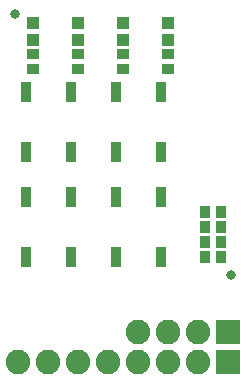
<source format=gbr>
G04 EAGLE Gerber RS-274X export*
G75*
%MOMM*%
%FSLAX34Y34*%
%LPD*%
%INSoldermask Top*%
%IPPOS*%
%AMOC8*
5,1,8,0,0,1.08239X$1,22.5*%
G01*
%ADD10R,1.103200X0.903200*%
%ADD11R,0.903200X1.103200*%
%ADD12R,1.003200X1.003200*%
%ADD13R,0.965200X1.727200*%
%ADD14R,2.082800X2.082800*%
%ADD15C,2.082800*%
%ADD16C,0.838200*%


D10*
X25400Y273200D03*
X25400Y260200D03*
X63500Y273200D03*
X63500Y260200D03*
X101600Y273200D03*
X101600Y260200D03*
X139700Y273200D03*
X139700Y260200D03*
D11*
X184300Y101600D03*
X171300Y101600D03*
X184300Y127000D03*
X171300Y127000D03*
X184300Y114300D03*
X171300Y114300D03*
X184300Y139700D03*
X171300Y139700D03*
D12*
X25400Y299600D03*
X25400Y284600D03*
X63500Y299600D03*
X63500Y284600D03*
X101600Y299600D03*
X101600Y284600D03*
X139700Y299600D03*
X139700Y284600D03*
D13*
X19050Y101600D03*
X19050Y152400D03*
X57150Y101600D03*
X57150Y152400D03*
X19050Y190500D03*
X19050Y241300D03*
X57150Y190500D03*
X57150Y241300D03*
X95250Y101600D03*
X95250Y152400D03*
X133350Y101600D03*
X133350Y152400D03*
X95250Y190500D03*
X95250Y241300D03*
X133350Y190500D03*
X133350Y241300D03*
D14*
X190500Y38100D03*
D15*
X165100Y38100D03*
X139700Y38100D03*
X114300Y38100D03*
D14*
X190500Y12700D03*
D15*
X165100Y12700D03*
X139700Y12700D03*
X114300Y12700D03*
X88900Y12700D03*
X63500Y12700D03*
X38100Y12700D03*
X12700Y12700D03*
D16*
X10160Y307340D03*
X193040Y86360D03*
M02*

</source>
